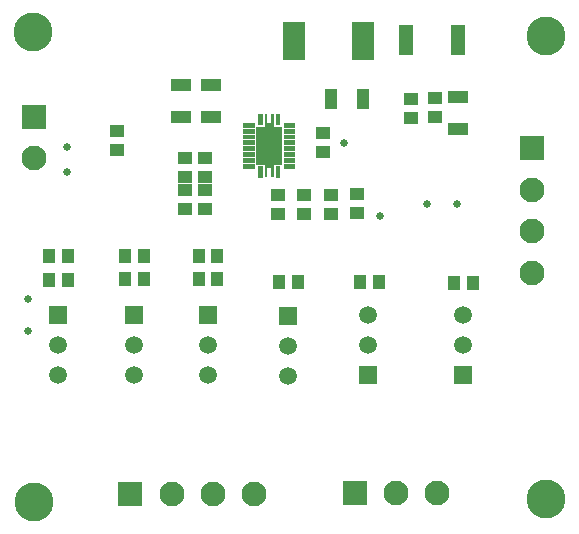
<source format=gts>
G04 FAB 3000 Version 7.8.18 - Gerber/CAM Software*
G04 RS274-X Output*
%FSLAX44Y44*%
%MIA0B0*%
%MOMM*%
%SFA1.000000B1.000000*%

%IPPOS*%
%ADD10R,1.300000X1.000000*%
%ADD11R,1.000000X1.300000*%
%ADD12R,1.100000X1.700000*%
%ADD13R,1.200000X2.599990*%
%ADD14R,1.700000X1.100000*%
%ADD16R,0.280010X0.850010*%
%ADD17R,0.850010X0.280010*%
%ADD18R,1.949980X3.199990*%
%ADD21C,3.299990*%
%ADD22C,2.100000*%
%ADD23R,2.100000X2.100000*%
%ADD24R,2.100000X2.100000*%
%ADD25R,1.500000X1.500000*%
%ADD26C,1.500000*%
%ADD27C,0.660400*%
%LNcartercharger_0*%
%LPD*%
G36*
X449325Y1033017D02*
G01X456437D01*
Y1026921D01*
Y1023111D01*
Y1019047D01*
Y1015237D01*
Y1011173D01*
Y1007363D01*
Y1001267D01*
X449325D01*
Y990599D01*
X447293D01*
Y997965D01*
X443991D01*
Y990599D01*
X441959D01*
Y1001267D01*
X434847D01*
Y1007363D01*
Y1011173D01*
Y1015237D01*
Y1019047D01*
Y1023111D01*
Y1026921D01*
Y1033017D01*
X441959D01*
Y1043685D01*
X443991D01*
Y1036319D01*
X447293D01*
Y1043685D01*
X449325D01*
Y1033017D01*
G37*
G36*
X433323Y997457D02*
G01X423417D01*
Y1001775D01*
X433323D01*
Y997457D01*
G37*
G36*
Y1017523D02*
G01X423417D01*
Y1021841D01*
X433323D01*
Y1017523D01*
G37*
G36*
Y1002537D02*
G01X423417D01*
Y1006855D01*
X433323D01*
Y1002537D01*
G37*
G36*
Y1007617D02*
G01X423417D01*
Y1011681D01*
X433323D01*
Y1007617D01*
G37*
G36*
Y1012443D02*
G01X423417D01*
Y1016761D01*
X433323D01*
Y1012443D01*
G37*
G36*
Y1022603D02*
G01X423417D01*
Y1026667D01*
X433323D01*
Y1022603D01*
G37*
G36*
Y1027429D02*
G01X423417D01*
Y1031747D01*
X433323D01*
Y1027429D01*
G37*
G36*
Y1032509D02*
G01X423417D01*
Y1036827D01*
X433323D01*
Y1032509D01*
G37*
G36*
X440181Y989837D02*
G01X436117D01*
Y999743D01*
X440181D01*
Y989837D01*
G37*
G36*
Y1034541D02*
G01X436117D01*
Y1044447D01*
X440181D01*
Y1034541D01*
G37*
G36*
X467867Y997457D02*
G01X457961D01*
Y1001775D01*
X467867D01*
Y997457D01*
G37*
G36*
Y1002537D02*
G01X457961D01*
Y1006855D01*
X467867D01*
Y1002537D01*
G37*
G36*
X455167Y989837D02*
G01X451103D01*
Y999743D01*
X455167D01*
Y989837D01*
G37*
G36*
X467867Y1012443D02*
G01X457961D01*
Y1016761D01*
X467867D01*
Y1012443D01*
G37*
G36*
Y1017523D02*
G01X457961D01*
Y1021841D01*
X467867D01*
Y1017523D01*
G37*
G36*
Y1032509D02*
G01X457961D01*
Y1036827D01*
X467867D01*
Y1032509D01*
G37*
G36*
X455167Y1034541D02*
G01X451103D01*
Y1044447D01*
X455167D01*
Y1034541D01*
G37*
G36*
X467867Y1022603D02*
G01X457961D01*
Y1026667D01*
X467867D01*
Y1022603D01*
G37*
G36*
Y1027429D02*
G01X457961D01*
Y1031747D01*
X467867D01*
Y1027429D01*
G37*
G36*
Y1007617D02*
G01X457961D01*
Y1011681D01*
X467867D01*
Y1007617D01*
G37*
%LNcartercharger_1*%
%LPD*%
G54D22*
X432815Y722629D03*
G54D10*
X565403Y1040637D03*
Y1056639D03*
G54D13*
X561847Y1106423D03*
G54D11*
X259079Y923543D03*
X275081D03*
Y903477D03*
X259079D03*
G54D21*
X245871Y1113535D03*
X246633Y715771D03*
G54D22*
X246379Y1006855D03*
G54D26*
X266699Y848359D03*
Y822959D03*
G54D27*
X241045Y887729D03*
Y860551D03*
X274065Y994917D03*
Y1016253D03*
G54D25*
X266699Y873759D03*
G54D23*
X246379Y1041907D03*
G54D10*
X316991Y1013713D03*
Y1029715D03*
G54D11*
X323341Y923543D03*
Y903985D03*
G54D24*
X327913Y722629D03*
G54D10*
X497585Y975105D03*
Y959103D03*
X490981Y1027683D03*
Y1011681D03*
G54D12*
X497839Y1057147D03*
G54D10*
X520191Y960119D03*
Y976121D03*
G54D11*
X538225Y901699D03*
X522223D03*
G54D12*
X524763Y1057147D03*
G54D22*
X553211Y722883D03*
G54D24*
X518159D03*
G54D25*
X529589Y822959D03*
G54D26*
Y848359D03*
G54D27*
X539749Y958087D03*
X509015Y1019555D03*
G54D26*
X529589Y873759D03*
G54D18*
X524763Y1106169D03*
G54D10*
X453135Y959103D03*
Y975105D03*
G54D11*
X453897Y902207D03*
G54D22*
X397763Y722629D03*
X362965D03*
G54D25*
X393699Y873759D03*
X331469D03*
G54D26*
Y822959D03*
Y848359D03*
X393699Y822959D03*
Y848359D03*
G54D22*
X588009Y722883D03*
G54D25*
X609599Y822959D03*
G54D26*
Y848359D03*
Y873759D03*
G54D21*
X679703Y717803D03*
G54D11*
X618489Y900937D03*
X602487D03*
G54D22*
X668019Y909827D03*
G54D10*
X585723Y1041399D03*
Y1057401D03*
G54D23*
X668019Y1014983D03*
G54D27*
X605027Y967993D03*
X578865D03*
G54D22*
X668019Y979931D03*
Y944879D03*
G54D21*
X679703Y1110233D03*
G54D14*
X605789Y1058163D03*
Y1031239D03*
G54D13*
Y1106423D03*
G54D25*
X461517Y873251D03*
G54D26*
Y822451D03*
Y847851D03*
G54D11*
X469899Y902207D03*
G54D10*
X474979Y959103D03*
G54D11*
X385825Y923543D03*
X401827D03*
X339343Y903985D03*
X401827Y904239D03*
X385825D03*
X339343Y923543D03*
G54D10*
X374395Y979677D03*
Y963675D03*
X391413Y979677D03*
Y963675D03*
Y990599D03*
X374395D03*
G54D14*
X396239Y1041653D03*
Y1068831D03*
X370839Y1041653D03*
Y1068831D03*
G54D10*
X374395Y1006601D03*
X391413D03*
G54D17*
X428497Y999743D03*
Y1004569D03*
Y1009649D03*
Y1034541D03*
Y1029715D03*
Y1024635D03*
Y1019555D03*
Y1014729D03*
G54D16*
X438149Y1039367D03*
Y994917D03*
G54D18*
X466343Y1106169D03*
G54D17*
X462787Y1004569D03*
Y999743D03*
G54D16*
X453135Y994917D03*
G54D10*
X474979Y975105D03*
G54D17*
X462787Y1019555D03*
Y1014729D03*
Y1009649D03*
Y1024635D03*
Y1029715D03*
Y1034541D03*
G54D16*
X453135Y1039367D03*
M02*
</source>
